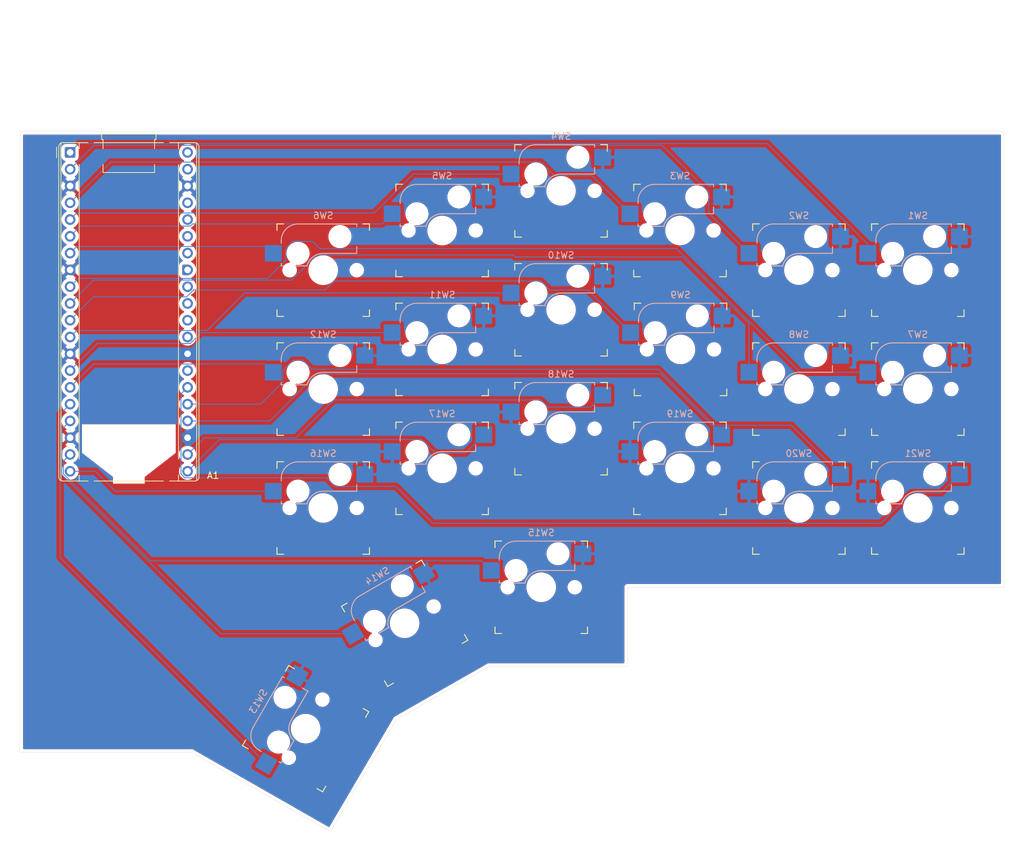
<source format=kicad_pcb>
(kicad_pcb (version 20241229) (generator "pcbnew") (generator_version "9.0")
  (layers (0 "F.Cu" signal) (2 "B.Cu" signal) (13 "F.Paste" user) (15 "B.Paste" user) (5 "F.SilkS" user "F.Silkscreen") (7 "B.SilkS" user "B.Silkscreen") (1 "F.Mask" user) (3 "B.Mask" user) (25 "Edge.Cuts" user))
  (net 0 "")
  (net 2 "GND")
  (net 4 "Net-(A1-GPIO15)")
  (net 5 "Net-(A1-GPIO13)")
  (net 7 "Net-(A1-GPIO3)")
  (net 8 "Net-(A1-GPIO20)")
  (net 9 "Net-(A1-GPIO5)")
  (net 10 "Net-(A1-GPIO7)")
  (net 12 "Net-(A1-GPIO2)")
  (net 13 "Net-(A1-GPIO12)")
  (net 15 "Net-(A1-GPIO11)")
  (net 16 "Net-(A1-GPIO19)")
  (net 17 "Net-(A1-GPIO18)")
  (net 20 "+3V8")
  (net 21 "Net-(A1-GPIO9)")
  (net 22 "Net-(A1-GPIO0)")
  (net 25 "Net-(A1-GPIO4)")
  (net 26 "Net-(A1-GPIO1)")
  (net 28 "Net-(A1-GPIO17)")
  (net 29 "Net-(A1-GPIO6)")
  (net 30 "Net-(A1-GPIO14)")
  (net 31 "Net-(A1-GPIO10)")
  (net 33 "Net-(A1-GPIO8)")
  (net 34 "Net-(A1-GPIO16)")
  (footprint "Kailh_socket_MX:Kailh_socket_MX_footprint" (layer "F.Cu") (at 119.92 105)
    (property "Reference" "SW18" (at 0 -8.255 0) (layer "B.SilkS") (effects (justify mirror)))
    (property "Value" "SW_Push")
    (pad "" np_thru_hole circle (at -5.08 0) (size 1.7018 1.7018) (drill 1.7018) (layers "*.Cu" "*.Mask"))
    (pad "" np_thru_hole circle (at -3.81 -2.54) (size 3 3) (drill 3) (layers "*.Cu" "*.Mask"))
    (pad "" np_thru_hole circle (at 0 0) (size 3.9878 3.9878) (drill 3.9878) (layers "*.Cu" "*.Mask"))
    (pad "" np_thru_hole circle (at 2.54 -5.08) (size 3 3) (drill 3) (layers "*.Cu" "*.Mask"))
    (pad "" np_thru_hole circle (at 5.08 0) (size 1.7018 1.7018) (drill 1.7018) (layers "*.Cu" "*.Mask"))
    (pad "1" smd rect (at 6.29 -5.08) (size 2.55 2.5) (layers "B.Cu" "B.Mask" "B.Paste") (net 28 "Net-(A1-GPIO17)"))
    (pad "2" smd rect (at -7.56 -2.54) (size 2.55 2.5) (layers "B.Cu" "B.Mask" "B.Paste") (net 2 "GND"))
  )
  (footprint "Kailh_socket_MX:Kailh_socket_MX_footprint" (layer "F.Cu") (at 119.92 69)
    (property "Reference" "SW4" (at 0 -8.255 0) (layer "B.SilkS") (effects (justify mirror)))
    (property "Value" "SW_Push")
    (pad "" np_thru_hole circle (at -5.08 0) (size 1.7018 1.7018) (drill 1.7018) (layers "*.Cu" "*.Mask"))
    (pad "" np_thru_hole circle (at -3.81 -2.54) (size 3 3) (drill 3) (layers "*.Cu" "*.Mask"))
    (pad "" np_thru_hole circle (at 0 0) (size 3.9878 3.9878) (drill 3.9878) (layers "*.Cu" "*.Mask"))
    (pad "" np_thru_hole circle (at 2.54 -5.08) (size 3 3) (drill 3) (layers "*.Cu" "*.Mask"))
    (pad "" np_thru_hole circle (at 5.08 0) (size 1.7018 1.7018) (drill 1.7018) (layers "*.Cu" "*.Mask"))
    (pad "1" smd rect (at 6.29 -5.08) (size 2.55 2.5) (layers "B.Cu" "B.Mask" "B.Paste") (net 2 "GND"))
    (pad "2" smd rect (at -7.56 -2.54) (size 2.55 2.5) (layers "B.Cu" "B.Mask" "B.Paste") (net 7 "Net-(A1-GPIO3)"))
  )
  (footprint "Kailh_socket_MX:Kailh_socket_MX_footprint" (layer "F.Cu") (at 173.92 99)
    (property "Reference" "SW7" (at 0 -8.255 0) (layer "B.SilkS") (effects (justify mirror)))
    (property "Value" "SW_Push")
    (pad "" np_thru_hole circle (at -5.08 0) (size 1.7018 1.7018) (drill 1.7018) (layers "*.Cu" "*.Mask"))
    (pad "" np_thru_hole circle (at -3.81 -2.54) (size 3 3) (drill 3) (layers "*.Cu" "*.Mask"))
    (pad "" np_thru_hole circle (at 0 0) (size 3.9878 3.9878) (drill 3.9878) (layers "*.Cu" "*.Mask"))
    (pad "" np_thru_hole circle (at 2.54 -5.08) (size 3 3) (drill 3) (layers "*.Cu" "*.Mask"))
    (pad "" np_thru_hole circle (at 5.08 0) (size 1.7018 1.7018) (drill 1.7018) (layers "*.Cu" "*.Mask"))
    (pad "1" smd rect (at 6.29 -5.08) (size 2.55 2.5) (layers "B.Cu" "B.Mask" "B.Paste") (net 2 "GND"))
    (pad "2" smd rect (at -7.56 -2.54) (size 2.55 2.5) (layers "B.Cu" "B.Mask" "B.Paste") (net 29 "Net-(A1-GPIO6)"))
  )
  (footprint "Kailh_socket_MX:Kailh_socket_MX_footprint" (layer "F.Cu") (at 137.92 111)
    (property "Reference" "SW19" (at 0 -8.255 0) (layer "B.SilkS") (effects (justify mirror)))
    (property "Value" "SW_Push")
    (pad "" np_thru_hole circle (at -5.08 0) (size 1.7018 1.7018) (drill 1.7018) (layers "*.Cu" "*.Mask"))
    (pad "" np_thru_hole circle (at -3.81 -2.54) (size 3 3) (drill 3) (layers "*.Cu" "*.Mask"))
    (pad "" np_thru_hole circle (at 0 0) (size 3.9878 3.9878) (drill 3.9878) (layers "*.Cu" "*.Mask"))
    (pad "" np_thru_hole circle (at 2.54 -5.08) (size 3 3) (drill 3) (layers "*.Cu" "*.Mask"))
    (pad "" np_thru_hole circle (at 5.08 0) (size 1.7018 1.7018) (drill 1.7018) (layers "*.Cu" "*.Mask"))
    (pad "1" smd rect (at 6.29 -5.08) (size 2.55 2.5) (layers "B.Cu" "B.Mask" "B.Paste") (net 17 "Net-(A1-GPIO18)"))
    (pad "2" smd rect (at -7.56 -2.54) (size 2.55 2.5) (layers "B.Cu" "B.Mask" "B.Paste") (net 2 "GND"))
  )
  (footprint "Kailh_socket_MX:Kailh_socket_MX_footprint" (layer "F.Cu") (at 138 93)
    (property "Reference" "SW9" (at 0 -8.255 0) (layer "B.SilkS") (effects (justify mirror)))
    (property "Value" "SW_Push")
    (pad "" np_thru_hole circle (at -5.08 0) (size 1.7018 1.7018) (drill 1.7018) (layers "*.Cu" "*.Mask"))
    (pad "" np_thru_hole circle (at -3.81 -2.54) (size 3 3) (drill 3) (layers "*.Cu" "*.Mask"))
    (pad "" np_thru_hole circle (at 0 0) (size 3.9878 3.9878) (drill 3.9878) (layers "*.Cu" "*.Mask"))
    (pad "" np_thru_hole circle (at 2.54 -5.08) (size 3 3) (drill 3) (layers "*.Cu" "*.Mask"))
    (pad "" np_thru_hole circle (at 5.08 0) (size 1.7018 1.7018) (drill 1.7018) (layers "*.Cu" "*.Mask"))
    (pad "1" smd rect (at 6.29 -5.08) (size 2.55 2.5) (layers "B.Cu" "B.Mask" "B.Paste") (net 2 "GND"))
    (pad "2" smd rect (at -7.56 -2.54) (size 2.55 2.5) (layers "B.Cu" "B.Mask" "B.Paste") (net 33 "Net-(A1-GPIO8)"))
  )
  (footprint "Kailh_socket_MX:Kailh_socket_MX_footprint" (layer "F.Cu") (at 83.92 81)
    (property "Reference" "SW6" (at 0 -8.255 0) (layer "B.SilkS") (effects (justify mirror)))
    (property "Value" "SW_Push")
    (pad "" np_thru_hole circle (at -5.08 0) (size 1.7018 1.7018) (drill 1.7018) (layers "*.Cu" "*.Mask"))
    (pad "" np_thru_hole circle (at -3.81 -2.54) (size 3 3) (drill 3) (layers "*.Cu" "*.Mask"))
    (pad "" np_thru_hole circle (at 0 0) (size 3.9878 3.9878) (drill 3.9878) (layers "*.Cu" "*.Mask"))
    (pad "" np_thru_hole circle (at 2.54 -5.08) (size 3 3) (drill 3) (layers "*.Cu" "*.Mask"))
    (pad "" np_thru_hole circle (at 5.08 0) (size 1.7018 1.7018) (drill 1.7018) (layers "*.Cu" "*.Mask"))
    (pad "1" smd rect (at 6.29 -5.08) (size 2.55 2.5) (layers "B.Cu" "B.Mask" "B.Paste") (net 2 "GND"))
    (pad "2" smd rect (at -7.56 -2.54) (size 2.55 2.5) (layers "B.Cu" "B.Mask" "B.Paste") (net 9 "Net-(A1-GPIO5)"))
  )
  (footprint "Kailh_socket_MX:Kailh_socket_MX_footprint" (layer "F.Cu") (at 137.92 75)
    (property "Reference" "SW3" (at 0 -8.255 0) (layer "B.SilkS") (effects (justify mirror)))
    (property "Value" "SW_Push")
    (pad "" np_thru_hole circle (at -5.08 0) (size 1.7018 1.7018) (drill 1.7018) (layers "*.Cu" "*.Mask"))
    (pad "" np_thru_hole circle (at -3.81 -2.54) (size 3 3) (drill 3) (layers "*.Cu" "*.Mask"))
    (pad "" np_thru_hole circle (at 0 0) (size 3.9878 3.9878) (drill 3.9878) (layers "*.Cu" "*.Mask"))
    (pad "" np_thru_hole circle (at 2.54 -5.08) (size 3 3) (drill 3) (layers "*.Cu" "*.Mask"))
    (pad "" np_thru_hole circle (at 5.08 0) (size 1.7018 1.7018) (drill 1.7018) (layers "*.Cu" "*.Mask"))
    (pad "1" smd rect (at 6.29 -5.08) (size 2.55 2.5) (layers "B.Cu" "B.Mask" "B.Paste") (net 2 "GND"))
    (pad "2" smd rect (at -7.56 -2.54) (size 2.55 2.5) (layers "B.Cu" "B.Mask" "B.Paste") (net 12 "Net-(A1-GPIO2)"))
  )
  (footprint "Kailh_socket_MX:Kailh_socket_MX_footprint" (layer "F.Cu") (at 173.92 81)
    (property "Reference" "SW1" (at 0 -8.255 0) (layer "B.SilkS") (effects (justify mirror)))
    (property "Value" "SW_Push")
    (pad "" np_thru_hole circle (at -5.08 0) (size 1.7018 1.7018) (drill 1.7018) (layers "*.Cu" "*.Mask"))
    (pad "" np_thru_hole circle (at -3.81 -2.54) (size 3 3) (drill 3) (layers "*.Cu" "*.Mask"))
    (pad "" np_thru_hole circle (at 0 0) (size 3.9878 3.9878) (drill 3.9878) (layers "*.Cu" "*.Mask"))
    (pad "" np_thru_hole circle (at 2.54 -5.08) (size 3 3) (drill 3) (layers "*.Cu" "*.Mask"))
    (pad "" np_thru_hole circle (at 5.08 0) (size 1.7018 1.7018) (drill 1.7018) (layers "*.Cu" "*.Mask"))
    (pad "1" smd rect (at 6.29 -5.08) (size 2.55 2.5) (layers "B.Cu" "B.Mask" "B.Paste") (net 2 "GND"))
    (pad "2" smd rect (at -7.56 -2.54) (size 2.55 2.5) (layers "B.Cu" "B.Mask" "B.Paste") (net 22 "Net-(A1-GPIO0)"))
  )
  (footprint "Kailh_socket_MX:Kailh_socket_MX_footprint" (layer "F.Cu") (at 116.92 129)
    (property "Reference" "SW15" (at 0 -8.255 0) (layer "B.SilkS") (effects (justify mirror)))
    (property "Value" "SW_Push")
    (pad "" np_thru_hole circle (at -5.08 0) (size 1.7018 1.7018) (drill 1.7018) (layers "*.Cu" "*.Mask"))
    (pad "" np_thru_hole circle (at -3.81 -2.54) (size 3 3) (drill 3) (layers "*.Cu" "*.Mask"))
    (pad "" np_thru_hole circle (at 0 0) (size 3.9878 3.9878) (drill 3.9878) (layers "*.Cu" "*.Mask"))
    (pad "" np_thru_hole circle (at 2.54 -5.08) (size 3 3) (drill 3) (layers "*.Cu" "*.Mask"))
    (pad "" np_thru_hole circle (at 5.08 0) (size 1.7018 1.7018) (drill 1.7018) (layers "*.Cu" "*.Mask"))
    (pad "1" smd rect (at 6.29 -5.08) (size 2.55 2.5) (layers "B.Cu" "B.Mask" "B.Paste") (net 2 "GND"))
    (pad "2" smd rect (at -7.56 -2.54) (size 2.55 2.5) (layers "B.Cu" "B.Mask" "B.Paste") (net 30 "Net-(A1-GPIO14)"))
  )
  (footprint "Kailh_socket_MX:Kailh_socket_MX_footprint" (layer "F.Cu") (at 119.92 87)
    (property "Reference" "SW10" (at 0 -8.255 0) (layer "B.SilkS") (effects (justify mirror)))
    (property "Value" "SW_Push")
    (pad "" np_thru_hole circle (at -5.08 0) (size 1.7018 1.7018) (drill 1.7018) (layers "*.Cu" "*.Mask"))
    (pad "" np_thru_hole circle (at -3.81 -2.54) (size 3 3) (drill 3) (layers "*.Cu" "*.Mask"))
    (pad "" np_thru_hole circle (at 0 0) (size 3.9878 3.9878) (drill 3.9878) (layers "*.Cu" "*.Mask"))
    (pad "" np_thru_hole circle (at 2.54 -5.08) (size 3 3) (drill 3) (layers "*.Cu" "*.Mask"))
    (pad "" np_thru_hole circle (at 5.08 0) (size 1.7018 1.7018) (drill 1.7018) (layers "*.Cu" "*.Mask"))
    (pad "1" smd rect (at 6.29 -5.08) (size 2.55 2.5) (layers "B.Cu" "B.Mask" "B.Paste") (net 2 "GND"))
    (pad "2" smd rect (at -7.56 -2.54) (size 2.55 2.5) (layers "B.Cu" "B.Mask" "B.Paste") (net 21 "Net-(A1-GPIO9)"))
  )
  (footprint "Module:RaspberryPi_Pico_Common_THT" (layer "F.Cu") (at 45.61 63.1825)
    (property "Reference" "A1" (at 20.6375 48.895 0) (layer "F.SilkS") (effects (justify left)))
    (property "Value" "RaspberryPi_Pico_W")
    (pad "1" thru_hole roundrect (at 0 0) (size 1.6 1.6) (drill 1) (layers "*.Cu" "*.Mask") (roundrect_rratio 0.125) (net 22 "Net-(A1-GPIO0)"))
    (pad "2" thru_hole circle (at 0 2.54) (size 1.6 1.6) (drill 1) (layers "*.Cu" "*.Mask") (net 26 "Net-(A1-GPIO1)"))
    (pad "3" thru_hole custom (at 0 5.08) (size 1.6 1.6) (drill 1) (layers "*.Cu" "*.Mask") (net 2 "GND") (options (clearance outline) (anchor circle)) (primitives (gr_poly (pts (xy 0.8 0.6) (xy 0.8 -0.6) (xy 0.6 -0.8) (xy 0 -0.8) (xy 0 0.8) (xy 0.6 0.8)) (width 0) (fill yes)) (gr_circle (center 0.6 0.6) (end 0.8 0.6) (width 0) (fill yes)) (gr_circle (center 0.6 -0.6) (end 0.8 -0.6) (width 0) (fill yes))))
    (pad "4" thru_hole circle (at 0 7.62) (size 1.6 1.6) (drill 1) (layers "*.Cu" "*.Mask") (net 12 "Net-(A1-GPIO2)"))
    (pad "5" thru_hole circle (at 0 10.16) (size 1.6 1.6) (drill 1) (layers "*.Cu" "*.Mask") (net 7 "Net-(A1-GPIO3)"))
    (pad "6" thru_hole circle (at 0 12.7) (size 1.6 1.6) (drill 1) (layers "*.Cu" "*.Mask") (net 25 "Net-(A1-GPIO4)"))
    (pad "7" thru_hole circle (at 0 15.24) (size 1.6 1.6) (drill 1) (layers "*.Cu" "*.Mask") (net 9 "Net-(A1-GPIO5)"))
    (pad "8" thru_hole custom (at 0 17.78) (size 1.6 1.6) (drill 1) (layers "*.Cu" "*.Mask") (net 2 "GND") (options (clearance outline) (anchor circle)) (primitives (gr_poly (pts (xy 0.8 0.6) (xy 0.8 -0.6) (xy 0.6 -0.8) (xy 0 -0.8) (xy 0 0.8) (xy 0.6 0.8)) (width 0) (fill yes)) (gr_circle (center 0.6 0.6) (end 0.8 0.6) (width 0) (fill yes)) (gr_circle (center 0.6 -0.6) (end 0.8 -0.6) (width 0) (fill yes))))
    (pad "9" thru_hole circle (at 0 20.32) (size 1.6 1.6) (drill 1) (layers "*.Cu" "*.Mask") (net 29 "Net-(A1-GPIO6)"))
    (pad "10" thru_hole circle (at 0 22.86) (size 1.6 1.6) (drill 1) (layers "*.Cu" "*.Mask") (net 10 "Net-(A1-GPIO7)"))
    (pad "11" thru_hole circle (at 0 25.4) (size 1.6 1.6) (drill 1) (layers "*.Cu" "*.Mask") (net 33 "Net-(A1-GPIO8)"))
    (pad "12" thru_hole circle (at 0 27.94) (size 1.6 1.6) (drill 1) (layers "*.Cu" "*.Mask") (net 21 "Net-(A1-GPIO9)"))
    (pad "13" thru_hole custom (at 0 30.48) (size 1.6 1.6) (drill 1) (layers "*.Cu" "*.Mask") (net 2 "GND") (options (clearance outline) (anchor circle)) (primitives (gr_poly (pts (xy 0.8 0.6) (xy 0.8 -0.6) (xy 0.6 -0.8) (xy 0 -0.8) (xy 0 0.8) (xy 0.6 0.8)) (width 0) (fill yes)) (gr_circle (center 0.6 0.6) (end 0.8 0.6) (width 0) (fill yes)) (gr_circle (center 0.6 -0.6) (end 0.8 -0.6) (width 0) (fill yes))))
    (pad "14" thru_hole circle (at 0 33.02) (size 1.6 1.6) (drill 1) (layers "*.Cu" "*.Mask") (net 31 "Net-(A1-GPIO10)"))
    (pad "15" thru_hole circle (at 0 35.56) (size 1.6 1.6) (drill 1) (layers "*.Cu" "*.Mask") (net 15 "Net-(A1-GPIO11)"))
    (pad "16" thru_hole circle (at 0 38.1) (size 1.6 1.6) (drill 1) (layers "*.Cu" "*.Mask") (net 13 "Net-(A1-GPIO12)"))
    (pad "17" thru_hole circle (at 0 40.64) (size 1.6 1.6) (drill 1) (layers "*.Cu" "*.Mask") (net 5 "Net-(A1-GPIO13)"))
    (pad "18" thru_hole custom (at 0 43.18) (size 1.6 1.6) (drill 1) (layers "*.Cu" "*.Mask") (net 2 "GND") (options (clearance outline) (anchor circle)) (primitives (gr_poly (pts (xy 0.8 0.6) (xy 0.8 -0.6) (xy 0.6 -0.8) (xy 0 -0.8) (xy 0 0.8) (xy 0.6 0.8)) (width 0) (fill yes)) (gr_circle (center 0.6 0.6) (end 0.8 0.6) (width 0) (fill yes)) (gr_circle (center 0.6 -0.6) (end 0.8 -0.6) (width 0) (fill yes))))
    (pad "19" thru_hole circle (at 0 45.72) (size 1.6 1.6) (drill 1) (layers "*.Cu" "*.Mask") (net 30 "Net-(A1-GPIO14)"))
    (pad "20" thru_hole circle (at 0 48.26) (size 1.6 1.6) (drill 1) (layers "*.Cu" "*.Mask") (net 4 "Net-(A1-GPIO15)"))
    (pad "21" thru_hole circle (at 17.78 48.26) (size 1.6 1.6) (drill 1) (layers "*.Cu" "*.Mask") (net 34 "Net-(A1-GPIO16)"))
    (pad "22" thru_hole circle (at 17.78 45.72) (size 1.6 1.6) (drill 1) (layers "*.Cu" "*.Mask") (net 28 "Net-(A1-GPIO17)"))
    (pad "23" thru_hole custom (at 17.78 43.18) (size 1.6 1.6) (drill 1) (layers "*.Cu" "*.Mask") (net 2 "GND") (options (clearance outline) (anchor circle)) (primitives (gr_poly (pts (xy -0.8 0.6) (xy -0.8 -0.6) (xy -0.6 -0.8) (xy 0 -0.8) (xy 0 0.8) (xy -0.6 0.8)) (width 0) (fill yes)) (gr_circle (center -0.6 0.6) (end -0.4 0.6) (width 0) (fill yes)) (gr_circle (center -0.6 -0.6) (end -0.4 -0.6) (width 0) (fill yes))))
    (pad "24" thru_hole circle (at 17.78 40.64) (size 1.6 1.6) (drill 1) (layers "*.Cu" "*.Mask") (net 17 "Net-(A1-GPIO18)"))
    (pad "25" thru_hole circle (at 17.78 38.1) (size 1.6 1.6) (drill 1) (layers "*.Cu" "*.Mask") (net 16 "Net-(A1-GPIO19)"))
    (pad "26" thru_hole circle (at 17.78 35.56) (size 1.6 1.6) (drill 1) (layers "*.Cu" "*.Mask") (net 8 "Net-(A1-GPIO20)"))
    (pad "27" thru_hole circle (at 17.78 33.02) (size 1.6 1.6) (drill 1) (layers "*.Cu" "*.Mask"))
    (pad "28" thru_hole custom (at 17.78 30.48) (size 1.6 1.6) (drill 1) (layers "*.Cu" "*.Mask") (net 2 "GND") (options (clearance outline) (anchor circle)) (primitives (gr_poly (pts (xy -0.8 0.6) (xy -0.8 -0.6) (xy -0.6 -0.8) (xy 0 -0.8) (xy 0 0.8) (xy -0.6 0.8)) (width 0) (fill yes)) (gr_circle (center -0.6 0.6) (end -0.4 0.6) (width 0) (fill yes)) (gr_circle (center -0.6 -0.6) (end -0.4 -0.6) (width 0) (fill yes))))
    (pad "29" thru_hole circle (at 17.78 27.94) (size 1.6 1.6) (drill 1) (layers "*.Cu" "*.Mask"))
    (pad "30" thru_hole circle (at 17.78 25.4) (size 1.6 1.6) (drill 1) (layers "*.Cu" "*.Mask"))
    (pad "31" thru_hole circle (at 17.78 22.86) (size 1.6 1.6) (drill 1) (layers "*.Cu" "*.Mask"))
    (pad "32" thru_hole circle (at 17.78 20.32) (size 1.6 1.6) (drill 1) (layers "*.Cu" "*.Mask"))
    (pad "33" thru_hole custom (at 17.78 17.78) (size 1.6 1.6) (drill 1) (layers "*.Cu" "*.Mask") (options (clearance outline) (anchor circle)) (primitives (gr_poly (pts (xy -0.8 0.6) (xy -0.8 -0.6) (xy -0.6 -0.8) (xy 0 -0.8) (xy 0 0.8) (xy -0.6 0.8)) (width 0) (fill yes)) (gr_circle (center -0.6 0.6) (end -0.4 0.6) (width 0) (fill yes)) (gr_circle (center -0.6 -0.6) (end -0.4 -0.6) (width 0) (fill yes))))
    (pad "34" thru_hole circle (at 17.78 15.24) (size 1.6 1.6) (drill 1) (layers "*.Cu" "*.Mask"))
    (pad "35" thru_hole circle (at 17.78 12.7) (size 1.6 1.6) (drill 1) (layers "*.Cu" "*.Mask"))
    (pad "36" thru_hole circle (at 17.78 10.16) (size 1.6 1.6) (drill 1) (layers "*.Cu" "*.Mask"))
    (pad "37" thru_hole circle (at 17.78 7.62) (size 1.6 1.6) (drill 1) (layers "*.Cu" "*.Mask"))
    (pad "38" thru_hole custom (at 17.78 5.08) (size 1.6 1.6) (drill 1) (layers "*.Cu" "*.Mask") (net 2 "GND") (options (clearance outline) (anchor circle)) (primitives (gr_poly (pts (xy -0.8 0.6) (xy -0.8 -0.6) (xy -0.6 -0.8) (xy 0 -0.8) (xy 0 0.8) (xy -0.6 0.8)) (width 0) (fill yes)) (gr_circle (center -0.6 0.6) (end -0.4 0.6) (width 0) (fill yes)) (gr_circle (center -0.6 -0.6) (end -0.4 -0.6) (width 0) (fill yes))))
    (pad "39" thru_hole circle (at 17.78 2.54) (size 1.6 1.6) (drill 1) (layers "*.Cu" "*.Mask") (net 20 "+3V8"))
    (pad "40" thru_hole circle (at 17.78 0) (size 1.6 1.6) (drill 1) (layers "*.Cu" "*.Mask"))
    (zone (net 0) (net_name "") (layers "F.Cu" "B.Cu" "F.Paste" "B.Paste") (name "Antenna Copper Keep Out") (connect_pads (clearance 0)) (min_thickness 0.254)
      (keepout (tracks not_allowed) (vias not_allowed) (pads not_allowed) (copperpour not_allowed) (footprints allowed))
      (fill (thermal_gap 0.508) (thermal_bridge_width 0.508))
      (polygon (pts (xy 52.1 112.302395) (xy 47.4 108.652395) (xy 47.4 104.3125) (xy 61.6 104.3125) (xy 61.6 108.652395) (xy 56.9 112.302395) (xy 56.9 113.3125) (xy 52.1 113.3125)))
    )
  )
  (footprint "Kailh_socket_MX:Kailh_socket_MX_footprint" (layer "F.Cu") (at 173.92 117)
    (property "Reference" "SW21" (at 0 -8.255 0) (layer "B.SilkS") (effects (justify mirror)))
    (property "Value" "SW_Push")
    (pad "" np_thru_hole circle (at -5.08 0) (size 1.7018 1.7018) (drill 1.7018) (layers "*.Cu" "*.Mask"))
    (pad "" np_thru_hole circle (at -3.81 -2.54) (size 3 3) (drill 3) (layers "*.Cu" "*.Mask"))
    (pad "" np_thru_hole circle (at 0 0) (size 3.9878 3.9878) (drill 3.9878) (layers "*.Cu" "*.Mask"))
    (pad "" np_thru_hole circle (at 2.54 -5.08) (size 3 3) (drill 3) (layers "*.Cu" "*.Mask"))
    (pad "" np_thru_hole circle (at 5.08 0) (size 1.7018 1.7018) (drill 1.7018) (layers "*.Cu" "*.Mask"))
    (pad "1" smd rect (at 6.29 -5.08) (size 2.55 2.5) (layers "B.Cu" "B.Mask" "B.Paste") (net 8 "Net-(A1-GPIO20)"))
    (pad "2" smd rect (at -7.56 -2.54) (size 2.55 2.5) (layers "B.Cu" "B.Mask" "B.Paste") (net 2 "GND"))
  )
  (footprint "Kailh_socket_MX:Kailh_socket_MX_footprint" (layer "F.Cu") (at 155.92 81)
    (property "Reference" "SW2" (at 0 -8.255 0) (layer "B.SilkS") (effects (justify mirror)))
    (property "Value" "SW_Push")
    (pad "" np_thru_hole circle (at -5.08 0) (size 1.7018 1.7018) (drill 1.7018) (layers "*.Cu" "*.Mask"))
    (pad "" np_thru_hole circle (at -3.81 -2.54) (size 3 3) (drill 3) (layers "*.Cu" "*.Mask"))
    (pad "" np_thru_hole circle (at 0 0) (size 3.9878 3.9878) (drill 3.9878) (layers "*.Cu" "*.Mask"))
    (pad "" np_thru_hole circle (at 2.54 -5.08) (size 3 3) (drill 3) (layers "*.Cu" "*.Mask"))
    (pad "" np_thru_hole circle (at 5.08 0) (size 1.7018 1.7018) (drill 1.7018) (layers "*.Cu" "*.Mask"))
    (pad "1" smd rect (at 6.29 -5.08) (size 2.55 2.5) (layers "B.Cu" "B.Mask" "B.Paste") (net 2 "GND"))
    (pad "2" smd rect (at -7.56 -2.54) (size 2.55 2.5) (layers "B.Cu" "B.Mask" "B.Paste") (net 26 "Net-(A1-GPIO1)"))
  )
  (footprint "Kailh_socket_MX:Kailh_socket_MX_footprint" (layer "F.Cu") (at 83.92 99)
    (property "Reference" "SW12" (at 0 -8.255 0) (layer "B.SilkS") (effects (justify mirror)))
    (property "Value" "SW_Push")
    (pad "" np_thru_hole circle (at -5.08 0) (size 1.7018 1.7018) (drill 1.7018) (layers "*.Cu" "*.Mask"))
    (pad "" np_thru_hole circle (at -3.81 -2.54) (size 3 3) (drill 3) (layers "*.Cu" "*.Mask"))
    (pad "" np_thru_hole circle (at 0 0) (size 3.9878 3.9878) (drill 3.9878) (layers "*.Cu" "*.Mask"))
    (pad "" np_thru_hole circle (at 2.54 -5.08) (size 3 3) (drill 3) (layers "*.Cu" "*.Mask"))
    (pad "" np_thru_hole circle (at 5.08 0) (size 1.7018 1.7018) (drill 1.7018) (layers "*.Cu" "*.Mask"))
    (pad "1" smd rect (at 6.29 -5.08) (size 2.55 2.5) (layers "B.Cu" "B.Mask" "B.Paste") (net 2 "GND"))
    (pad "2" smd rect (at -7.56 -2.54) (size 2.55 2.5) (layers "B.Cu" "B.Mask" "B.Paste") (net 15 "Net-(A1-GPIO11)"))
  )
  (footprint "Kailh_socket_MX:Kailh_socket_MX_footprint" (layer "F.Cu") (at 83.92 117)
    (property "Reference" "SW16" (at 0 -8.255 0) (layer "B.SilkS") (effects (justify mirror)))
    (property "Value" "SW_Push")
    (pad "" np_thru_hole circle (at -5.08 0) (size 1.7018 1.7018) (drill 1.7018) (layers "*.Cu" "*.Mask"))
    (pad "" np_thru_hole circle (at -3.81 -2.54) (size 3 3) (drill 3) (layers "*.Cu" "*.Mask"))
    (pad "" np_thru_hole circle (at 0 0) (size 3.9878 3.9878) (drill 3.9878) (layers "*.Cu" "*.Mask"))
    (pad "" np_thru_hole circle (at 2.54 -5.08) (size 3 3) (drill 3) (layers "*.Cu" "*.Mask"))
    (pad "" np_thru_hole circle (at 5.08 0) (size 1.7018 1.7018) (drill 1.7018) (layers "*.Cu" "*.Mask"))
    (pad "1" smd rect (at 6.29 -5.08) (size 2.55 2.5) (layers "B.Cu" "B.Mask" "B.Paste") (net 2 "GND"))
    (pad "2" smd rect (at -7.56 -2.54) (size 2.55 2.5) (layers "B.Cu" "B.Mask" "B.Paste") (net 4 "Net-(A1-GPIO15)"))
  )
  (footprint "Kailh_socket_MX:Kailh_socket_MX_footprint" (layer "F.Cu") (at 155.92 117)
    (property "Reference" "SW20" (at 0 -8.255 0) (layer "B.SilkS") (effects (justify mirror)))
    (property "Value" "SW_Push")
    (pad "" np_thru_hole circle (at -5.08 0) (size 1.7018 1.7018) (drill 1.7018) (layers "*.Cu" "*.Mask"))
    (pad "" np_thru_hole circle (at -3.81 -2.54) (size 3 3) (drill 3) (layers "*.Cu" "*.Mask"))
    (pad "" np_thru_hole circle (at 0 0) (size 3.9878 3.9878) (drill 3.9878) (layers "*.Cu" "*.Mask"))
    (pad "" np_thru_hole circle (at 2.54 -5.08) (size 3 3) (drill 3) (layers "*.Cu" "*.Mask"))
    (pad "" np_thru_hole circle (at 5.08 0) (size 1.7018 1.7018) (drill 1.7018) (layers "*.Cu" "*.Mask"))
    (pad "1" smd rect (at 6.29 -5.08) (size 2.55 2.5) (layers "B.Cu" "B.Mask" "B.Paste") (net 16 "Net-(A1-GPIO19)"))
    (pad "2" smd rect (at -7.56 -2.54) (size 2.55 2.5) (layers "B.Cu" "B.Mask" "B.Paste") (net 2 "GND"))
  )
  (footprint "Kailh_socket_MX:Kailh_socket_MX_footprint" (layer "F.Cu") (at 96.240591 134.45 30)
    (property "Reference" "SW14" (at 0 -8.255 30) (layer "B.SilkS") (effects (justify mirror)))
    (property "Value" "SW_Push")
    (pad "" np_thru_hole circle (at -5.08 0 30) (size 1.7018 1.7018) (drill 1.7018) (layers "*.Cu" "*.Mask"))
    (pad "" np_thru_hole circle (at -3.81 -2.540001 30) (size 3 3) (drill 3) (layers "*.Cu" "*.Mask"))
    (pad "" np_thru_hole circle (at 0 0 30) (size 3.9878 3.9878) (drill 3.9878) (layers "*.Cu" "*.Mask"))
    (pad "" np_thru_hole circle (at 2.54 -5.08 30) (size 3 3) (drill 3) (layers "*.Cu" "*.Mask"))
    (pad "" np_thru_hole circle (at 5.08 0 30) (size 1.7018 1.7018) (drill 1.7018) (layers "*.Cu" "*.Mask"))
    (pad "1" smd rect (at 6.29 -5.08 30) (size 2.55 2.5) (layers "B.Cu" "B.Mask" "B.Paste") (net 2 "GND"))
    (pad "2" smd rect (at -7.56 -2.54 30) (size 2.55 2.5) (layers "B.Cu" "B.Mask" "B.Paste") (net 5 "Net-(A1-GPIO13)"))
  )
  (footprint "Kailh_socket_MX:Kailh_socket_MX_footprint" (layer "F.Cu") (at 101.92 75)
    (property "Reference" "SW5" (at 0 -8.255 0) (layer "B.SilkS") (effects (justify mirror)))
    (property "Value" "SW_Push")
    (pad "" np_thru_hole circle (at -5.08 0) (size 1.7018 1.7018) (drill 1.7018) (layers "*.Cu" "*.Mask"))
    (pad "" np_thru_hole circle (at -3.81 -2.54) (size 3 3) (drill 3) (layers "*.Cu" "*.Mask"))
    (pad "" np_thru_hole circle (at 0 0) (size 3.9878 3.9878) (drill 3.9878) (layers "*.Cu" "*.Mask"))
    (pad "" np_thru_hole circle (at 2.54 -5.08) (size 3 3) (drill 3) (layers "*.Cu" "*.Mask"))
    (pad "" np_thru_hole circle (at 5.08 0) (size 1.7018 1.7018) (drill 1.7018) (layers "*.Cu" "*.Mask"))
    (pad "1" smd rect (at 6.29 -5.08) (size 2.55 2.5) (layers "B.Cu" "B.Mask" "B.Paste") (net 2 "GND"))
    (pad "2" smd rect (at -7.56 -2.54) (size 2.55 2.5) (layers "B.Cu" "B.Mask" "B.Paste") (net 25 "Net-(A1-GPIO4)"))
  )
  (footprint "Kailh_socket_MX:Kailh_socket_MX_footprint" (layer "F.Cu") (at 101.92 111)
    (property "Reference" "SW17" (at 0 -8.255 0) (layer "B.SilkS") (effects (justify mirror)))
    (property "Value" "SW_Push")
    (pad "" np_thru_hole circle (at -5.08 0) (size 1.7018 1.7018) (drill 1.7018) (layers "*.Cu" "*.Mask"))
    (pad "" np_thru_hole circle (at -3.81 -2.54) (size 3 3) (drill 3) (layers "*.Cu" "*.Mask"))
    (pad "" np_thru_hole circle (at 0 0) (size 3.9878 3.9878) (drill 3.9878) (layers "*.Cu" "*.Mask"))
    (pad "" np_thru_hole circle (at 2.54 -5.08) (size 3 3) (drill 3) (layers "*.Cu" "*.Mask"))
    (pad "" np_thru_hole circle (at 5.08 0) (size 1.7018 1.7018) (drill 1.7018) (layers "*.Cu" "*.Mask"))
    (pad "1" smd rect (at 6.29 -5.08) (size 2.55 2.5) (layers "B.Cu" "B.Mask" "B.Paste") (net 34 "Net-(A1-GPIO16)"))
    (pad "2" smd rect (at -7.56 -2.54) (size 2.55 2.5) (layers "B.Cu" "B.Mask" "B.Paste") (net 2 "GND"))
  )
  (footprint "Kailh_socket_MX:Kailh_socket_MX_footprint" (layer "F.Cu") (at 81.26 150.399409 60)
    (property "Reference" "SW13" (at 0 -8.255 60) (layer "B.SilkS") (effects (justify mirror)))
    (property "Value" "SW_Push")
    (pad "" np_thru_hole circle (at -5.08 0 60) (size 1.7018 1.7018) (drill 1.7018) (layers "*.Cu" "*.Mask"))
    (pad "" np_thru_hole circle (at -3.81 -2.54 60) (size 3 3) (drill 3) (layers "*.Cu" "*.Mask"))
    (pad "" np_thru_hole circle (at 0 0 60) (size 3.9878 3.9878) (drill 3.9878) (layers "*.Cu" "*.Mask"))
    (pad "" np_thru_hole circle (at 2.54 -5.08 60) (size 3 3) (drill 3) (layers "*.Cu" "*.Mask"))
    (pad "" np_thru_hole circle (at 5.08 0 60) (size 1.7018 1.7018) (drill 1.7018) (layers "*.Cu" "*.Mask"))
    (pad "1" smd rect (at 6.29 -5.08 60) (size 2.55 2.5) (layers "B.Cu" "B.Mask" "B.Paste") (net 2 "GND"))
    (pad "2" smd rect (at -7.56 -2.54 60) (size 2.55 2.5) (layers "B.Cu" "B.Mask" "B.Paste") (net 13 "Net-(A1-GPIO12)"))
  )
  (footprint "Kailh_socket_MX:Kailh_socket_MX_footprint" (layer "F.Cu") (at 155.92 99)
    (property "Reference" "SW8" (at 0 -8.255 0) (layer "B.SilkS") (effects (justify mirror)))
    (property "Value" "SW_Push")
    (pad "" np_thru_hole circle (at -5.08 0) (size 1.7018 1.7018) (drill 1.7018) (layers "*.Cu" "*.Mask"))
    (pad "" np_thru_hole circle (at -3.81 -2.54) (size 3 3) (drill 3) (layers "*.Cu" "*.Mask"))
    (pad "" np_thru_hole circle (at 0 0) (size 3.9878 3.9878) (drill 3.9878) (layers "*.Cu" "*.Mask"))
    (pad "" np_thru_hole circle (at 2.54 -5.08) (size 3 3) (drill 3) (layers "*.Cu" "*.Mask"))
    (pad "" np_thru_hole circle (at 5.08 0) (size 1.7018 1.7018) (drill 1.7018) (layers "*.Cu" "*.Mask"))
    (pad "1" smd rect (at 6.29 -5.08) (size 2.55 2.5) (layers "B.Cu" "B.Mask" "B.Paste") (net 2 "GND"))
    (pad "2" smd rect (at -7.56 -2.54) (size 2.55 2.5) (layers "B.Cu" "B.Mask" "B.Paste") (net 10 "Net-(A1-GPIO7)"))
  )
  (footprint "Kailh_socket_MX:Kailh_socket_MX_footprint" (layer "F.Cu") (at 101.92 93)
    (property "Reference" "SW11" (at 0 -8.255 0) (layer "B.SilkS") (effects (justify mirror)))
    (property "Value" "SW_Push")
    (pad "" np_thru_hole circle (at -5.08 0) (size 1.7018 1.7018) (drill 1.7018) (layers "*.Cu" "*.Mask"))
    (pad "" np_thru_hole circle (at -3.81 -2.54) (size 3 3) (drill 3) (layers "*.Cu" "*.Mask"))
    (pad "" np_thru_hole circle (at 0 0) (size 3.9878 3.9878) (drill 3.9878) (layers "*.Cu" "*.Mask"))
    (pad "" np_thru_hole circle (at 2.54 -5.08) (size 3 3) (drill 3) (layers "*.Cu" "*.Mask"))
    (pad "" np_thru_hole circle (at 5.08 0) (size 1.7018 1.7018) (drill 1.7018) (layers "*.Cu" "*.Mask"))
    (pad "1" smd rect (at 6.29 -5.08) (size 2.55 2.5) (layers "B.Cu" "B.Mask" "B.Paste") (net 2 "GND"))
    (pad "2" smd rect (at -7.56 -2.54) (size 2.55 2.5) (layers "B.Cu" "B.Mask" "B.Paste") (net 31 "Net-(A1-GPIO10)"))
  )
  (gr_line (start 95 149) (end 85 166) (stroke (width 0.0381)) (layer "Edge.Cuts"))
  (gr_line (start 130 141) (end 109 141) (stroke (width 0.0381)) (layer "Edge.Cuts"))
  (gr_line (start 38 60) (end 187 60) (stroke (width 0.0381)) (layer "Edge.Cuts"))
  (gr_line (start 187 60) (end 187 129) (stroke (width 0.0381)) (layer "Edge.Cuts"))
  (gr_line (start 187 129) (end 130 129) (stroke (width 0.0381)) (layer "Edge.Cuts"))
  (gr_line (start 38 154) (end 38 60) (stroke (width 0.0381)) (layer "Edge.Cuts"))
  (gr_line (start 109 141) (end 95 149) (stroke (width 0.0381)) (layer "Edge.Cuts"))
  (gr_line (start 130 129) (end 130 141) (stroke (width 0.0381)) (layer "Edge.Cuts"))
  (gr_line (start 85 166) (end 64 154) (stroke (width 0.0381)) (layer "Edge.Cuts"))
  (gr_line (start 64 154) (end 38 154) (stroke (width 0.0381)) (layer "Edge.Cuts"))
  (segment (start 49.4425 111.4425) (end 45.61 111.4425) (width 0.127) (layer "B.Cu") (net 4))
  (segment (start 52.46 114.46) (end 49.4425 111.4425) (width 0.127) (layer "B.Cu") (net 4))
  (segment (start 76.36 114.46) (end 52.46 114.46) (width 0.127) (layer "B.Cu") (net 4))
  (segment (start 44.3635 111.958817) (end 44.3635 105.069) (width 0.127) (layer "B.Cu") (net 5))
  (segment (start 88.423439 136.030295) (end 68.434978 136.030295) (width 0.127) (layer "B.Cu") (net 5))
  (segment (start 44.3635 105.069) (end 45.61 103.8225) (width 0.127) (layer "B.Cu") (net 5))
  (segment (start 68.434978 136.030295) (end 44.3635 111.958817) (width 0.127) (layer "B.Cu") (net 5))
  (segment (start 112.36 66.46) (end 97.54 66.46) (width 0.127) (layer "B.Cu") (net 7))
  (segment (start 97.54 66.46) (end 91.649 72.351) (width 0.127) (layer "B.Cu") (net 7))
  (segment (start 46.6015 72.351) (end 45.61 73.3425) (width 0.127) (layer "B.Cu") (net 7))
  (segment (start 91.649 72.351) (end 46.6015 72.351) (width 0.127) (layer "B.Cu") (net 7))
  (segment (start 84.407909 112.434) (end 62.979307 112.434) (width 0.127) (layer "B.Cu") (net 8))
  (segment (start 62.3935 111.848193) (end 62.3935 99.739) (width 0.127) (layer "B.Cu") (net 8))
  (segment (start 62.979307 112.434) (end 62.3935 111.848193) (width 0.127) (layer "B.Cu") (net 8))
  (segment (start 62.3935 99.739) (end 63.39 98.7425) (width 0.127) (layer "B.Cu") (net 8))
  (segment (start 94.9325 113.7345) (end 85.708409 113.7345) (width 0.127) (layer "B.Cu") (net 8))
  (segment (start 177.4384 114.6916) (end 172.963829 114.6916) (width 0.127) (layer "B.Cu") (net 8))
  (segment (start 85.708409 113.7345) (end 84.407909 112.434) (width 0.127) (layer "B.Cu") (net 8))
  (segment (start 168.347029 119.3084) (end 100.5064 119.3084) (width 0.127) (layer "B.Cu") (net 8))
  (segment (start 100.5064 119.3084) (end 94.9325 113.7345) (width 0.127) (layer "B.Cu") (net 8))
  (segment (start 180.21 111.92) (end 177.4384 114.6916) (width 0.127) (layer "B.Cu") (net 8))
  (segment (start 172.963829 114.6916) (end 168.347029 119.3084) (width 0.127) (layer "B.Cu") (net 8))
  (segment (start 46.6015 77.431) (end 45.61 78.4225) (width 0.127) (layer "B.Cu") (net 9))
  (segment (start 75.331 77.431) (end 46.6015 77.431) (width 0.127) (layer "B.Cu") (net 9))
  (segment (start 76.36 78.46) (end 75.331 77.431) (width 0.127) (layer "B.Cu") (net 9))
  (segment (start 113 79) (end 112.6916 78.6916) (width 0.127) (layer "B.Cu") (net 10))
  (segment (start 138.278 79) (end 113 79) (width 0.127) (layer "B.Cu") (net 10))
  (segment (start 49.1415 82.511) (end 45.61 86.0425) (width 0.127) (layer "B.Cu") (net 10))
  (segment (start 148.36 96.46) (end 148.36 89.082) (width 0.127) (layer "B.Cu") (net 10))
  (segment (start 112.6916 78.6916) (end 82.963829 78.6916) (width 0.127) (layer "B.Cu") (net 10))
  (segment (start 148.36 89.082) (end 138.278 79) (width 0.127) (layer "B.Cu") (net 10))
  (segment (start 82.963829 78.6916) (end 79.144429 82.511) (width 0.127) (layer "B.Cu") (net 10))
  (segment (start 79.144429 82.511) (end 49.1415 82.511) (width 0.127) (layer "B.Cu") (net 10))
  (segment (start 124.5916 66.6916) (end 118.907691 66.6916) (width 0.127) (layer "B.Cu") (net 12))
  (segment (start 116.861591 64.6455) (end 51.767 64.6455) (width 0.127) (layer "B.Cu") (net 12))
  (segment (start 118.907691 66.6916) (end 116.861591 64.6455) (width 0.127) (layer "B.Cu") (net 12))
  (segment (start 130.36 72.46) (end 124.5916 66.6916) (width 0.127) (layer "B.Cu") (net 12))
  (segment (start 51.767 64.6455) (end 45.61 70.8025) (width 0.127) (layer "B.Cu") (net 12))
  (segment (start 75.280295 155.676561) (end 44.1085 124.504766) (width 0.127) (layer "B.Cu") (net 13))
  (segment (start 44.1085 102.784) (end 45.61 101.2825) (width 0.127) (layer "B.Cu") (net 13))
  (segment (start 44.1085 124.504766) (end 44.1085 102.784) (width 0.127) (layer "B.Cu") (net 13))
  (segment (start 75.111 95.211) (end 49.1415 95.211) (width 0.127) (layer "B.Cu") (net 15))
  (segment (start 49.1415 95.211) (end 45.61 98.7425) (width 0.127) (layer "B.Cu") (net 15))
  (segment (start 76.36 96.46) (end 75.111 95.211) (width 0.127) (layer "B.Cu") (net 15))
  (segment (start 154.7685 104.4785) (end 143.129124 104.4785) (width 0.127) (layer "B.Cu") (net 16))
  (segment (start 82.216091 96) (end 80.861591 94.6455) (width 0.127) (layer "B.Cu") (net 16))
  (segment (start 80.861591 94.6455) (end 79.3545 94.6455) (width 0.127) (layer "B.Cu") (net 16))
  (segment (start 79.3545 94.6455) (end 77.8265 96.1735) (width 0.127) (layer "B.Cu") (net 16))
  (segment (start 74.4455 101.2825) (end 63.39 101.2825) (width 0.127) (layer "B.Cu") (net 16))
  (segment (start 162.21 111.92) (end 154.7685 104.4785) (width 0.127) (layer "B.Cu") (net 16))
  (segment (start 134.650624 96) (end 82.216091 96) (width 0.127) (layer "B.Cu") (net 16))
  (segment (start 143.129124 104.4785) (end 134.650624 96) (width 0.127) (layer "B.Cu") (net 16))
  (segment (start 77.8265 97.9015) (end 74.4455 101.2825) (width 0.127) (layer "B.Cu") (net 16))
  (segment (start 77.8265 96.1735) (end 77.8265 97.9015) (width 0.127) (layer "B.Cu") (net 16))
  (segment (start 134.9816 96.6916) (end 82.963829 96.6916) (width 0.127) (layer "B.Cu") (net 17))
  (segment (start 144.21 105.92) (end 134.9816 96.6916) (width 0.127) (layer "B.Cu") (net 17))
  (segment (start 82.963829 96.6916) (end 75.832929 103.8225) (width 0.127) (layer "B.Cu") (net 17))
  (segment (start 75.832929 103.8225) (end 63.39 103.8225) (width 0.127) (layer "B.Cu") (net 17))
  (segment (start 46.6015 90.131) (end 45.61 91.1225) (width 0.127) (layer "B.Cu") (net 21))
  (segment (start 66.337764 90.131) (end 46.6015 90.131) (width 0.127) (layer "B.Cu") (net 21))
  (segment (start 112.36 84.46) (end 72.008764 84.46) (width 0.127) (layer "B.Cu") (net 21))
  (segment (start 72.008764 84.46) (end 66.337764 90.131) (width 0.127) (layer "B.Cu") (net 21))
  (segment (start 46.941999 61.850501) (end 45.61 63.1825) (width 0.127) (layer "B.Cu") (net 22))
  (segment (start 166.36 78.46) (end 166.36 77.083) (width 0.127) (layer "B.Cu") (net 22))
  (segment (start 166.36 77.083) (end 151.127501 61.850501) (width 0.127) (layer "B.Cu") (net 22))
  (segment (start 151.127501 61.850501) (end 46.941999 61.850501) (width 0.127) (layer "B.Cu") (net 22))
  (segment (start 92.82 74) (end 64.134693 74) (width 0.127) (layer "B.Cu") (net 25))
  (segment (start 63.800693 74.334) (end 47.1585 74.334) (width 0.127) (layer "B.Cu") (net 25))
  (segment (start 47.1585 74.334) (end 45.61 75.8825) (width 0.127) (layer "B.Cu") (net 25))
  (segment (start 64.134693 74) (end 63.800693 74.334) (width 0.127) (layer "B.Cu") (net 25))
  (segment (start 94.36 72.46) (end 92.82 74) (width 0.127) (layer "B.Cu") (net 25))
  (segment (start 142.2745 69.168409) (end 135.211591 62.1055) (width 0.127) (layer "B.Cu") (net 26))
  (segment (start 135.211591 62.1055) (end 49.227 62.1055) (width 0.127) (layer "B.Cu") (net 26))
  (segment (start 49.227 62.1055) (end 45.61 65.7225) (width 0.127) (layer "B.Cu") (net 26))
  (segment (start 142.2745 72.3745) (end 142.2745 69.168409) (width 0.127) (layer "B.Cu") (net 26))
  (segment (start 148.36 78.46) (end 142.2745 72.3745) (width 0.127) (layer "B.Cu") (net 26))
  (segment (start 124.3955 101.7345) (end 117.950591 101.7345) (width 0.127) (layer "B.Cu") (net 28))
  (segment (start 116.861591 100.6455) (end 85.539071 100.6455) (width 0.127) (layer "B.Cu") (net 28))
  (segment (start 126.21 99.92) (end 124.3955 101.7345) (width 0.127) (layer "B.Cu") (net 28))
  (segment (start 79.79407 106.390501) (end 65.901999 106.390501) (width 0.127) (layer "B.Cu") (net 28))
  (segment (start 117.950591 101.7345) (end 116.861591 100.6455) (width 0.127) (layer "B.Cu") (net 28))
  (segment (start 85.539071 100.6455) (end 79.79407 106.390501) (width 0.127) (layer "B.Cu") (net 28))
  (segment (start 65.901999 106.390501) (end 63.39 108.9025) (width 0.127) (layer "B.Cu") (net 28))
  (segment (start 83.401591 77.7345) (end 82.312591 76.6455) (width 0.127) (layer "B.Cu") (net 29))
  (segment (start 156.115429 96.46) (end 137.389929 77.7345) (width 0.127) (layer "B.Cu") (net 29))
  (segment (start 137.389929 77.7345) (end 83.401591 77.7345) (width 0.127) (layer "B.Cu") (net 29))
  (segment (start 166.36 96.46) (end 156.115429 96.46) (width 0.127) (layer "B.Cu") (net 29))
  (segment (start 82.312591 76.6455) (end 79.358409 76.6455) (width 0.127) (layer "B.Cu") (net 29))
  (segment (start 78.2955 79.4325) (end 75.472 82.256) (width 0.127) (layer "B.Cu") (net 29))
  (segment (start 46.8565 82.256) (end 45.61 83.5025) (width 0.127) (layer "B.Cu") (net 29))
  (segment (start 75.472 82.256) (end 46.8565 82.256) (width 0.127) (layer "B.Cu") (net 29))
  (segment (start 78.2955 77.708409) (end 78.2955 79.4325) (width 0.127) (layer "B.Cu") (net 29))
  (segment (start 79.358409 76.6455) (end 78.2955 77.708409) (width 0.127) (layer "B.Cu") (net 29))
  (segment (start 44.6185 111.853193) (end 44.6185 109.894) (width 0.127) (layer "B.Cu") (net 30))
  (segment (start 109.36 126.46) (end 107.894059 124.994059) (width 0.127) (layer "B.Cu") (net 30))
  (segment (start 44.6185 109.894) (end 45.61 108.9025) (width 0.127) (layer "B.Cu") (net 30))
  (segment (start 57.759366 124.994059) (end 44.6185 111.853193) (width 0.127) (layer "B.Cu") (net 30))
  (segment (start 107.894059 124.994059) (end 57.759366 124.994059) (width 0.127) (layer "B.Cu") (net 30))
  (segment (start 63.800693 92.114) (end 49.6985 92.114) (width 0.127) (layer "B.Cu") (net 31))
  (segment (start 94.36 90.46) (end 65.454693 90.46) (width 0.127) (layer "B.Cu") (net 31))
  (segment (start 49.6985 92.114) (end 45.61 96.2025) (width 0.127) (layer "B.Cu") (net 31))
  (segment (start 65.454693 90.46) (end 63.800693 92.114) (width 0.127) (layer "B.Cu") (net 31))
  (segment (start 63.243693 85.051) (end 49.1415 85.051) (width 0.127) (layer "B.Cu") (net 33))
  (segment (start 49.1415 85.051) (end 45.61 88.5825) (width 0.127) (layer "B.Cu") (net 33))
  (segment (start 64.294693 84) (end 63.243693 85.051) (width 0.127) (layer "B.Cu") (net 33))
  (segment (start 130.44 90.46) (end 123.98 84) (width 0.127) (layer "B.Cu") (net 33))
  (segment (start 118.216091 84) (end 116.861591 82.6455) (width 0.127) (layer "B.Cu") (net 33))
  (segment (start 116.861591 82.6455) (end 85.539071 82.6455) (width 0.127) (layer "B.Cu") (net 33))
  (segment (start 123.98 84) (end 118.216091 84) (width 0.127) (layer "B.Cu") (net 33))
  (segment (start 85.539071 82.6455) (end 84.184571 84) (width 0.127) (layer "B.Cu") (net 33))
  (segment (start 84.184571 84) (end 64.294693 84) (width 0.127) (layer "B.Cu") (net 33))
  (segment (start 68.187 106.6455) (end 63.39 111.4425) (width 0.127) (layer "B.Cu") (net 34))
  (segment (start 105.4384 108.6916) (end 100.907691 108.6916) (width 0.127) (layer "B.Cu") (net 34))
  (segment (start 100.907691 108.6916) (end 98.861591 106.6455) (width 0.127) (layer "B.Cu") (net 34))
  (segment (start 98.861591 106.6455) (end 68.187 106.6455) (width 0.127) (layer "B.Cu") (net 34))
  (segment (start 108.21 105.92) (end 105.4384 108.6916) (width 0.127) (layer "B.Cu") (net 34))
  (zone (net 2) (net_name "GND") (layers "F.Cu" "B.Cu") (connect_pads (clearance 0.5)) (min_thickness 0.25) (fill yes (thermal_gap 0.5) (thermal_bridge_width 0.5))
    (polygon (pts (xy 35 56) (xy 35 170) (xy 190 170) (xy 190 56)))
  )
)
</source>
